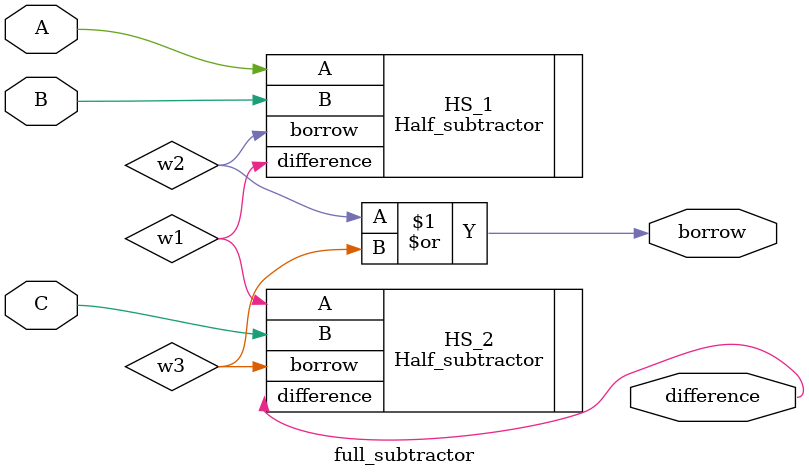
<source format=v>
module full_subtractor(input A,B,C, output difference,borrow);
  
  wire w1,w2,w3;
  
 /////Instantiation
  
  Half_subtractor HS_1(.A(A),.B(B),.difference(w1),.borrow(w2));
  
  Half_subtractor HS_2(.A(w1),.B(C),.difference(difference),.borrow(w3));
  
  or or_1(borrow,w2,w3);
  
  endmodule
</source>
